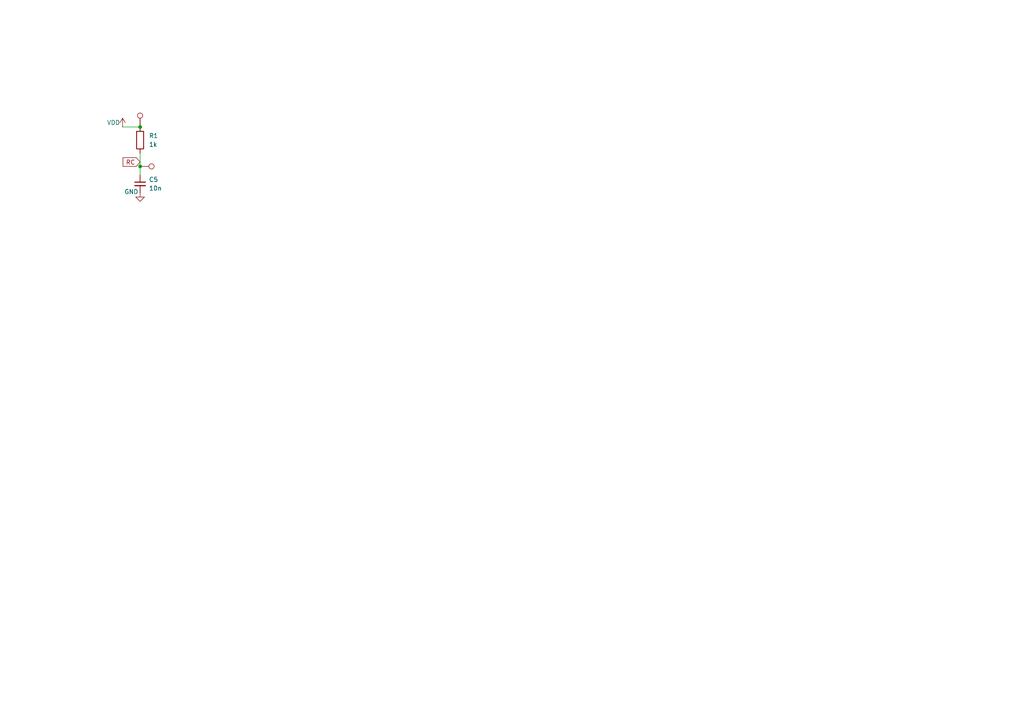
<source format=kicad_sch>
(kicad_sch (version 20250114) (generator "eeschema") (generator_version "9.0")
  (paper "A4")
  (lib_symbols
    (symbol "Connector:TestPoint" (pin_numbers (hide yes)) (pin_names (offset 0.762) (hide yes))
      (property "Reference" "TP" (at 0 6.858 0))
      (property "Value" "TestPoint" (at 0 5.08 0))
      (symbol "TestPoint_0_1"
        (circle (center 0 3.302) (radius 0.762))
      )
      (symbol "TestPoint_1_1"
        (pin passive line (at 0 0 90) (length 2.54) (name "1") (number "1"))
      )
    )
    (symbol "Device:C_Small" (pin_numbers (hide yes)) (pin_names (offset 0.254) (hide yes))
      (property "Reference" "C" (at 0.254 1.778 0))
      (property "Value" "C_Small" (at 0.254 -2.032 0))
      (symbol "C_Small_0_1"
        (polyline (pts (xy -1.524 0.508) (xy 1.524 0.508)) (stroke (width 0.3048)))
        (polyline (pts (xy -1.524 -0.508) (xy 1.524 -0.508)) (stroke (width 0.3302)))
      )
      (symbol "C_Small_1_1"
        (pin passive line (at 0 2.54 270) (length 2.032) (name "~") (number "1"))
        (pin passive line (at 0 -2.54 90) (length 2.032) (name "~") (number "2"))
      )
    )
    (symbol "Device:R" (pin_numbers (hide yes)) (pin_names (offset 0))
      (property "Reference" "R" (at 2.032 0 90))
      (property "Value" "R" (at 0 0 90))
      (symbol "R_0_1"
        (rectangle (start -1.016 -2.54) (end 1.016 2.54) (stroke (width 0.254)))
      )
      (symbol "R_1_1"
        (pin passive line (at 0 3.81 270) (length 1.27) (name "~") (number "1"))
        (pin passive line (at 0 -3.81 90) (length 1.27) (name "~") (number "2"))
      )
    )
    (symbol "power:GND" (power) (pin_numbers (hide yes)) (pin_names (offset 0) (hide yes))
      (property "Value" "GND" (at 0 -3.81 0))
      (symbol "GND_0_1"
        (polyline (pts (xy 0 0) (xy 0 -1.27) (xy 1.27 -1.27) (xy 0 -2.54) (xy -1.27 -1.27) (xy 0 -1.27)))
      )
      (symbol "GND_1_1"
        (pin power_in line (at 0 0 270) (length 0) (name "~") (number "1"))
      )
    )
    (symbol "power:VDD" (power) (pin_numbers (hide yes)) (pin_names (offset 0) (hide yes))
      (property "Value" "VDD" (at 0 3.556 0))
      (symbol "VDD_0_1"
        (polyline (pts (xy -0.762 1.27) (xy 0 2.54)))
        (polyline (pts (xy 0 2.54) (xy 0.762 1.27)))
        (polyline (pts (xy 0 0) (xy 0 2.54)))
      )
      (symbol "VDD_1_1"
        (pin power_in line (at 0 0 90) (length 0) (name "~") (number "1"))
      )
    )
  )
  (junction (at 40.64 48.26))
  (junction (at 40.64 36.83))
  (wire (pts (xy 40.64 44.45) (xy 40.64 48.26)))
  (wire (pts (xy 40.64 48.26) (xy 40.64 50.8)))
  (wire (pts (xy 35.56 36.83) (xy 40.64 36.83)))
  (global_label "RC" (shape input) (at 40.64 46.99 180) (property "Intersheetrefs" "${INTERSHEET_REFS}" (effects (hide yes))))
  (symbol (lib_id "Connector:TestPoint") (at 40.64 36.83 0) (unit 1) (in_bom no)
    (property "Reference" "TP2" (effects (hide yes)))
    (property "Value" "TP" (effects (hide yes)))
    (property "Footprint" "cnhardware:TPTHRU" (effects (hide yes)))
    (property "Description" "test point" (effects (hide yes)))
    (property "LCSC" "C25503131" (effects (hide yes)))
    (property "Sim.Device" "TP" (effects (hide yes)))
    (property "Sim.Params" "ROON" (effects (hide yes)))
  )
  (symbol (lib_id "power:GND") (at 40.64 55.88 0) (mirror y) (unit 1)
    (property "Reference" "#PWR060" (effects (hide yes)))
    (property "Value" "GND" (at 38.1 55.626 0))
    (property "Description" "Power symbol creates a global label with name \"GND\" , ground" (effects (hide yes)))
  )
  (symbol (lib_id "Device:R") (at 40.64 40.64 0) (unit 1)
    (property "Reference" "R1" (at 43.18 39.3699 0) (effects (justify left)))
    (property "Value" "1k" (at 43.18 41.9099 0) (effects (justify left)))
    (property "Description" "Resistor" (effects (hide yes)))
  )
  (symbol (lib_id "Connector:TestPoint") (at 40.64 48.26 270) (unit 1) (in_bom no)
    (property "Reference" "TP1" (effects (hide yes)))
    (property "Value" "TP" (effects (hide yes)))
    (property "Footprint" "cnhardware:TPTHRU" (effects (hide yes)))
    (property "Description" "test point" (effects (hide yes)))
    (property "LCSC" "C25503131" (effects (hide yes)))
    (property "Sim.Device" "TP" (effects (hide yes)))
    (property "Sim.Params" "ROON" (effects (hide yes)))
  )
  (symbol (lib_id "power:VDD") (at 35.56 36.83 0) (mirror y) (unit 1)
    (property "Reference" "#PWR059" (effects (hide yes)))
    (property "Value" "VDD" (at 30.988 35.56 0) (effects (justify right)))
    (property "Description" "Power symbol creates a global label with name \"VDD\"" (effects (hide yes)))
  )
  (symbol (lib_id "Device:C_Small") (at 40.64 53.34 0) (unit 1)
    (property "Reference" "C5" (at 43.18 52.0762 0) (effects (justify left)))
    (property "Value" "10n" (at 43.18 54.6162 0) (effects (justify left)))
    (property "Description" "Unpolarized capacitor, small symbol" (effects (hide yes)))
  )
)
</source>
